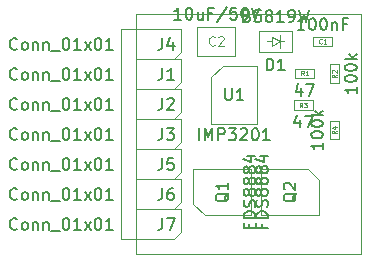
<source format=gbr>
%TF.GenerationSoftware,KiCad,Pcbnew,(5.1.9)-1*%
%TF.CreationDate,2021-06-01T10:14:56+02:00*%
%TF.ProjectId,14_Demi_Pont_H_99,31345f44-656d-4695-9f50-6f6e745f485f,rev?*%
%TF.SameCoordinates,Original*%
%TF.FileFunction,Other,Fab,Top*%
%FSLAX46Y46*%
G04 Gerber Fmt 4.6, Leading zero omitted, Abs format (unit mm)*
G04 Created by KiCad (PCBNEW (5.1.9)-1) date 2021-06-01 10:14:56*
%MOMM*%
%LPD*%
G01*
G04 APERTURE LIST*
%TA.AperFunction,Profile*%
%ADD10C,0.050000*%
%TD*%
%ADD11C,0.120000*%
%ADD12C,0.100000*%
%ADD13C,0.150000*%
%ADD14C,0.060000*%
G04 APERTURE END LIST*
D10*
X115570000Y-60960000D02*
X120650000Y-60960000D01*
X115570000Y-81280000D02*
X120650000Y-81280000D01*
X101600000Y-62230000D02*
X101600000Y-60960000D01*
X100330000Y-62230000D02*
X101600000Y-62230000D01*
X100330000Y-67310000D02*
X100330000Y-62230000D01*
X100330000Y-72390000D02*
X100330000Y-67310000D01*
X120650000Y-60960000D02*
X120650000Y-81280000D01*
X101600000Y-60960000D02*
X115570000Y-60960000D01*
X101600000Y-80010000D02*
X101600000Y-81280000D01*
X100330000Y-80010000D02*
X101600000Y-80010000D01*
X115570000Y-81280000D02*
X101600000Y-81280000D01*
X100330000Y-80010000D02*
X100330000Y-72390000D01*
D11*
%TO.C,J5*%
X101600000Y-75565000D02*
X101600000Y-71755000D01*
D12*
X104775000Y-74930000D02*
X101600000Y-74930000D01*
X101600000Y-72390000D02*
X102870000Y-72390000D01*
X102870000Y-72390000D02*
X105410000Y-72390000D01*
X105410000Y-72390000D02*
X105410000Y-74295000D01*
X105410000Y-74295000D02*
X104775000Y-74930000D01*
D11*
%TO.C,J4*%
X101600000Y-65405000D02*
X101600000Y-61595000D01*
D12*
X104775000Y-64770000D02*
X101600000Y-64770000D01*
X101600000Y-62230000D02*
X102870000Y-62230000D01*
X102870000Y-62230000D02*
X105410000Y-62230000D01*
X105410000Y-62230000D02*
X105410000Y-64135000D01*
X105410000Y-64135000D02*
X104775000Y-64770000D01*
D11*
%TO.C,J6*%
X101600000Y-78105000D02*
X101600000Y-74295000D01*
D12*
X104775000Y-77470000D02*
X101600000Y-77470000D01*
X101600000Y-74930000D02*
X102870000Y-74930000D01*
X102870000Y-74930000D02*
X105410000Y-74930000D01*
X105410000Y-74930000D02*
X105410000Y-76835000D01*
X105410000Y-76835000D02*
X104775000Y-77470000D01*
%TO.C,R4*%
X117990000Y-69940000D02*
X118790000Y-69940000D01*
X118790000Y-69940000D02*
X118790000Y-71540000D01*
X118790000Y-71540000D02*
X117990000Y-71540000D01*
X117990000Y-71540000D02*
X117990000Y-69940000D01*
%TO.C,R3*%
X114940000Y-69040000D02*
X114940000Y-68240000D01*
X114940000Y-68240000D02*
X116540000Y-68240000D01*
X116540000Y-68240000D02*
X116540000Y-69040000D01*
X116540000Y-69040000D02*
X114940000Y-69040000D01*
D11*
%TO.C,J3*%
X101600000Y-73025000D02*
X101600000Y-69215000D01*
D12*
X104775000Y-72390000D02*
X101600000Y-72390000D01*
X101600000Y-69850000D02*
X102870000Y-69850000D01*
X102870000Y-69850000D02*
X105410000Y-69850000D01*
X105410000Y-69850000D02*
X105410000Y-71755000D01*
X105410000Y-71755000D02*
X104775000Y-72390000D01*
D11*
%TO.C,J1*%
X101600000Y-67945000D02*
X101600000Y-64135000D01*
D12*
X104775000Y-67310000D02*
X101600000Y-67310000D01*
X101600000Y-64770000D02*
X102870000Y-64770000D01*
X102870000Y-64770000D02*
X105410000Y-64770000D01*
X105410000Y-64770000D02*
X105410000Y-66675000D01*
X105410000Y-66675000D02*
X104775000Y-67310000D01*
%TO.C,Q2*%
X117090000Y-75015000D02*
X117090000Y-77940000D01*
X117090000Y-77940000D02*
X112190000Y-77940000D01*
X112190000Y-77940000D02*
X112190000Y-74040000D01*
X112190000Y-74040000D02*
X116115000Y-74040000D01*
X116115000Y-74040000D02*
X117090000Y-75015000D01*
%TO.C,C1*%
X118190000Y-62840000D02*
X118190000Y-63640000D01*
X118190000Y-63640000D02*
X116590000Y-63640000D01*
X116590000Y-63640000D02*
X116590000Y-62840000D01*
X116590000Y-62840000D02*
X118190000Y-62840000D01*
%TO.C,C2*%
X109990000Y-61990000D02*
X109990000Y-64490000D01*
X109990000Y-64490000D02*
X106790000Y-64490000D01*
X106790000Y-64490000D02*
X106790000Y-61990000D01*
X106790000Y-61990000D02*
X109990000Y-61990000D01*
%TO.C,D1*%
X113140000Y-63240000D02*
X112640000Y-63240000D01*
X113140000Y-62840000D02*
X113740000Y-63240000D01*
X113140000Y-63640000D02*
X113140000Y-62840000D01*
X113740000Y-63240000D02*
X113140000Y-63640000D01*
X113740000Y-63240000D02*
X113740000Y-62690000D01*
X113740000Y-63240000D02*
X113740000Y-63790000D01*
X114140000Y-63240000D02*
X113740000Y-63240000D01*
X114790000Y-62340000D02*
X114790000Y-64140000D01*
X111990000Y-62340000D02*
X114790000Y-62340000D01*
X111990000Y-64140000D02*
X111990000Y-62340000D01*
X114790000Y-64140000D02*
X111990000Y-64140000D01*
D11*
%TO.C,J2*%
X101600000Y-70485000D02*
X101600000Y-66675000D01*
D12*
X104775000Y-69850000D02*
X101600000Y-69850000D01*
X101600000Y-67310000D02*
X102870000Y-67310000D01*
X102870000Y-67310000D02*
X105410000Y-67310000D01*
X105410000Y-67310000D02*
X105410000Y-69215000D01*
X105410000Y-69215000D02*
X104775000Y-69850000D01*
D11*
%TO.C,J7*%
X101600000Y-80645000D02*
X101600000Y-76835000D01*
D12*
X104775000Y-80010000D02*
X101600000Y-80010000D01*
X101600000Y-77470000D02*
X102870000Y-77470000D01*
X102870000Y-77470000D02*
X105410000Y-77470000D01*
X105410000Y-77470000D02*
X105410000Y-79375000D01*
X105410000Y-79375000D02*
X104775000Y-80010000D01*
%TO.C,Q1*%
X106440000Y-76965000D02*
X106440000Y-74040000D01*
X106440000Y-74040000D02*
X111340000Y-74040000D01*
X111340000Y-74040000D02*
X111340000Y-77940000D01*
X111340000Y-77940000D02*
X107415000Y-77940000D01*
X107415000Y-77940000D02*
X106440000Y-76965000D01*
%TO.C,R1*%
X115065000Y-66340000D02*
X115065000Y-65540000D01*
X115065000Y-65540000D02*
X116665000Y-65540000D01*
X116665000Y-65540000D02*
X116665000Y-66340000D01*
X116665000Y-66340000D02*
X115065000Y-66340000D01*
%TO.C,R2*%
X118790000Y-66790000D02*
X117990000Y-66790000D01*
X117990000Y-66790000D02*
X117990000Y-65190000D01*
X117990000Y-65190000D02*
X118790000Y-65190000D01*
X118790000Y-65190000D02*
X118790000Y-66790000D01*
%TO.C,U1*%
X108915000Y-65290000D02*
X111840000Y-65290000D01*
X111840000Y-65290000D02*
X111840000Y-70190000D01*
X111840000Y-70190000D02*
X107940000Y-70190000D01*
X107940000Y-70190000D02*
X107940000Y-66265000D01*
X107940000Y-66265000D02*
X108915000Y-65290000D01*
%TD*%
%TO.C,J5*%
D13*
X91511904Y-74017142D02*
X91464285Y-74064761D01*
X91321428Y-74112380D01*
X91226190Y-74112380D01*
X91083333Y-74064761D01*
X90988095Y-73969523D01*
X90940476Y-73874285D01*
X90892857Y-73683809D01*
X90892857Y-73540952D01*
X90940476Y-73350476D01*
X90988095Y-73255238D01*
X91083333Y-73160000D01*
X91226190Y-73112380D01*
X91321428Y-73112380D01*
X91464285Y-73160000D01*
X91511904Y-73207619D01*
X92083333Y-74112380D02*
X91988095Y-74064761D01*
X91940476Y-74017142D01*
X91892857Y-73921904D01*
X91892857Y-73636190D01*
X91940476Y-73540952D01*
X91988095Y-73493333D01*
X92083333Y-73445714D01*
X92226190Y-73445714D01*
X92321428Y-73493333D01*
X92369047Y-73540952D01*
X92416666Y-73636190D01*
X92416666Y-73921904D01*
X92369047Y-74017142D01*
X92321428Y-74064761D01*
X92226190Y-74112380D01*
X92083333Y-74112380D01*
X92845238Y-73445714D02*
X92845238Y-74112380D01*
X92845238Y-73540952D02*
X92892857Y-73493333D01*
X92988095Y-73445714D01*
X93130952Y-73445714D01*
X93226190Y-73493333D01*
X93273809Y-73588571D01*
X93273809Y-74112380D01*
X93750000Y-73445714D02*
X93750000Y-74112380D01*
X93750000Y-73540952D02*
X93797619Y-73493333D01*
X93892857Y-73445714D01*
X94035714Y-73445714D01*
X94130952Y-73493333D01*
X94178571Y-73588571D01*
X94178571Y-74112380D01*
X94416666Y-74207619D02*
X95178571Y-74207619D01*
X95607142Y-73112380D02*
X95702380Y-73112380D01*
X95797619Y-73160000D01*
X95845238Y-73207619D01*
X95892857Y-73302857D01*
X95940476Y-73493333D01*
X95940476Y-73731428D01*
X95892857Y-73921904D01*
X95845238Y-74017142D01*
X95797619Y-74064761D01*
X95702380Y-74112380D01*
X95607142Y-74112380D01*
X95511904Y-74064761D01*
X95464285Y-74017142D01*
X95416666Y-73921904D01*
X95369047Y-73731428D01*
X95369047Y-73493333D01*
X95416666Y-73302857D01*
X95464285Y-73207619D01*
X95511904Y-73160000D01*
X95607142Y-73112380D01*
X96892857Y-74112380D02*
X96321428Y-74112380D01*
X96607142Y-74112380D02*
X96607142Y-73112380D01*
X96511904Y-73255238D01*
X96416666Y-73350476D01*
X96321428Y-73398095D01*
X97226190Y-74112380D02*
X97750000Y-73445714D01*
X97226190Y-73445714D02*
X97750000Y-74112380D01*
X98321428Y-73112380D02*
X98416666Y-73112380D01*
X98511904Y-73160000D01*
X98559523Y-73207619D01*
X98607142Y-73302857D01*
X98654761Y-73493333D01*
X98654761Y-73731428D01*
X98607142Y-73921904D01*
X98559523Y-74017142D01*
X98511904Y-74064761D01*
X98416666Y-74112380D01*
X98321428Y-74112380D01*
X98226190Y-74064761D01*
X98178571Y-74017142D01*
X98130952Y-73921904D01*
X98083333Y-73731428D01*
X98083333Y-73493333D01*
X98130952Y-73302857D01*
X98178571Y-73207619D01*
X98226190Y-73160000D01*
X98321428Y-73112380D01*
X99607142Y-74112380D02*
X99035714Y-74112380D01*
X99321428Y-74112380D02*
X99321428Y-73112380D01*
X99226190Y-73255238D01*
X99130952Y-73350476D01*
X99035714Y-73398095D01*
X103806666Y-73112380D02*
X103806666Y-73826666D01*
X103759047Y-73969523D01*
X103663809Y-74064761D01*
X103520952Y-74112380D01*
X103425714Y-74112380D01*
X104759047Y-73112380D02*
X104282857Y-73112380D01*
X104235238Y-73588571D01*
X104282857Y-73540952D01*
X104378095Y-73493333D01*
X104616190Y-73493333D01*
X104711428Y-73540952D01*
X104759047Y-73588571D01*
X104806666Y-73683809D01*
X104806666Y-73921904D01*
X104759047Y-74017142D01*
X104711428Y-74064761D01*
X104616190Y-74112380D01*
X104378095Y-74112380D01*
X104282857Y-74064761D01*
X104235238Y-74017142D01*
%TO.C,J4*%
X91511904Y-63857142D02*
X91464285Y-63904761D01*
X91321428Y-63952380D01*
X91226190Y-63952380D01*
X91083333Y-63904761D01*
X90988095Y-63809523D01*
X90940476Y-63714285D01*
X90892857Y-63523809D01*
X90892857Y-63380952D01*
X90940476Y-63190476D01*
X90988095Y-63095238D01*
X91083333Y-63000000D01*
X91226190Y-62952380D01*
X91321428Y-62952380D01*
X91464285Y-63000000D01*
X91511904Y-63047619D01*
X92083333Y-63952380D02*
X91988095Y-63904761D01*
X91940476Y-63857142D01*
X91892857Y-63761904D01*
X91892857Y-63476190D01*
X91940476Y-63380952D01*
X91988095Y-63333333D01*
X92083333Y-63285714D01*
X92226190Y-63285714D01*
X92321428Y-63333333D01*
X92369047Y-63380952D01*
X92416666Y-63476190D01*
X92416666Y-63761904D01*
X92369047Y-63857142D01*
X92321428Y-63904761D01*
X92226190Y-63952380D01*
X92083333Y-63952380D01*
X92845238Y-63285714D02*
X92845238Y-63952380D01*
X92845238Y-63380952D02*
X92892857Y-63333333D01*
X92988095Y-63285714D01*
X93130952Y-63285714D01*
X93226190Y-63333333D01*
X93273809Y-63428571D01*
X93273809Y-63952380D01*
X93750000Y-63285714D02*
X93750000Y-63952380D01*
X93750000Y-63380952D02*
X93797619Y-63333333D01*
X93892857Y-63285714D01*
X94035714Y-63285714D01*
X94130952Y-63333333D01*
X94178571Y-63428571D01*
X94178571Y-63952380D01*
X94416666Y-64047619D02*
X95178571Y-64047619D01*
X95607142Y-62952380D02*
X95702380Y-62952380D01*
X95797619Y-63000000D01*
X95845238Y-63047619D01*
X95892857Y-63142857D01*
X95940476Y-63333333D01*
X95940476Y-63571428D01*
X95892857Y-63761904D01*
X95845238Y-63857142D01*
X95797619Y-63904761D01*
X95702380Y-63952380D01*
X95607142Y-63952380D01*
X95511904Y-63904761D01*
X95464285Y-63857142D01*
X95416666Y-63761904D01*
X95369047Y-63571428D01*
X95369047Y-63333333D01*
X95416666Y-63142857D01*
X95464285Y-63047619D01*
X95511904Y-63000000D01*
X95607142Y-62952380D01*
X96892857Y-63952380D02*
X96321428Y-63952380D01*
X96607142Y-63952380D02*
X96607142Y-62952380D01*
X96511904Y-63095238D01*
X96416666Y-63190476D01*
X96321428Y-63238095D01*
X97226190Y-63952380D02*
X97750000Y-63285714D01*
X97226190Y-63285714D02*
X97750000Y-63952380D01*
X98321428Y-62952380D02*
X98416666Y-62952380D01*
X98511904Y-63000000D01*
X98559523Y-63047619D01*
X98607142Y-63142857D01*
X98654761Y-63333333D01*
X98654761Y-63571428D01*
X98607142Y-63761904D01*
X98559523Y-63857142D01*
X98511904Y-63904761D01*
X98416666Y-63952380D01*
X98321428Y-63952380D01*
X98226190Y-63904761D01*
X98178571Y-63857142D01*
X98130952Y-63761904D01*
X98083333Y-63571428D01*
X98083333Y-63333333D01*
X98130952Y-63142857D01*
X98178571Y-63047619D01*
X98226190Y-63000000D01*
X98321428Y-62952380D01*
X99607142Y-63952380D02*
X99035714Y-63952380D01*
X99321428Y-63952380D02*
X99321428Y-62952380D01*
X99226190Y-63095238D01*
X99130952Y-63190476D01*
X99035714Y-63238095D01*
X103806666Y-62952380D02*
X103806666Y-63666666D01*
X103759047Y-63809523D01*
X103663809Y-63904761D01*
X103520952Y-63952380D01*
X103425714Y-63952380D01*
X104711428Y-63285714D02*
X104711428Y-63952380D01*
X104473333Y-62904761D02*
X104235238Y-63619047D01*
X104854285Y-63619047D01*
%TO.C,J6*%
X91511904Y-76557142D02*
X91464285Y-76604761D01*
X91321428Y-76652380D01*
X91226190Y-76652380D01*
X91083333Y-76604761D01*
X90988095Y-76509523D01*
X90940476Y-76414285D01*
X90892857Y-76223809D01*
X90892857Y-76080952D01*
X90940476Y-75890476D01*
X90988095Y-75795238D01*
X91083333Y-75700000D01*
X91226190Y-75652380D01*
X91321428Y-75652380D01*
X91464285Y-75700000D01*
X91511904Y-75747619D01*
X92083333Y-76652380D02*
X91988095Y-76604761D01*
X91940476Y-76557142D01*
X91892857Y-76461904D01*
X91892857Y-76176190D01*
X91940476Y-76080952D01*
X91988095Y-76033333D01*
X92083333Y-75985714D01*
X92226190Y-75985714D01*
X92321428Y-76033333D01*
X92369047Y-76080952D01*
X92416666Y-76176190D01*
X92416666Y-76461904D01*
X92369047Y-76557142D01*
X92321428Y-76604761D01*
X92226190Y-76652380D01*
X92083333Y-76652380D01*
X92845238Y-75985714D02*
X92845238Y-76652380D01*
X92845238Y-76080952D02*
X92892857Y-76033333D01*
X92988095Y-75985714D01*
X93130952Y-75985714D01*
X93226190Y-76033333D01*
X93273809Y-76128571D01*
X93273809Y-76652380D01*
X93750000Y-75985714D02*
X93750000Y-76652380D01*
X93750000Y-76080952D02*
X93797619Y-76033333D01*
X93892857Y-75985714D01*
X94035714Y-75985714D01*
X94130952Y-76033333D01*
X94178571Y-76128571D01*
X94178571Y-76652380D01*
X94416666Y-76747619D02*
X95178571Y-76747619D01*
X95607142Y-75652380D02*
X95702380Y-75652380D01*
X95797619Y-75700000D01*
X95845238Y-75747619D01*
X95892857Y-75842857D01*
X95940476Y-76033333D01*
X95940476Y-76271428D01*
X95892857Y-76461904D01*
X95845238Y-76557142D01*
X95797619Y-76604761D01*
X95702380Y-76652380D01*
X95607142Y-76652380D01*
X95511904Y-76604761D01*
X95464285Y-76557142D01*
X95416666Y-76461904D01*
X95369047Y-76271428D01*
X95369047Y-76033333D01*
X95416666Y-75842857D01*
X95464285Y-75747619D01*
X95511904Y-75700000D01*
X95607142Y-75652380D01*
X96892857Y-76652380D02*
X96321428Y-76652380D01*
X96607142Y-76652380D02*
X96607142Y-75652380D01*
X96511904Y-75795238D01*
X96416666Y-75890476D01*
X96321428Y-75938095D01*
X97226190Y-76652380D02*
X97750000Y-75985714D01*
X97226190Y-75985714D02*
X97750000Y-76652380D01*
X98321428Y-75652380D02*
X98416666Y-75652380D01*
X98511904Y-75700000D01*
X98559523Y-75747619D01*
X98607142Y-75842857D01*
X98654761Y-76033333D01*
X98654761Y-76271428D01*
X98607142Y-76461904D01*
X98559523Y-76557142D01*
X98511904Y-76604761D01*
X98416666Y-76652380D01*
X98321428Y-76652380D01*
X98226190Y-76604761D01*
X98178571Y-76557142D01*
X98130952Y-76461904D01*
X98083333Y-76271428D01*
X98083333Y-76033333D01*
X98130952Y-75842857D01*
X98178571Y-75747619D01*
X98226190Y-75700000D01*
X98321428Y-75652380D01*
X99607142Y-76652380D02*
X99035714Y-76652380D01*
X99321428Y-76652380D02*
X99321428Y-75652380D01*
X99226190Y-75795238D01*
X99130952Y-75890476D01*
X99035714Y-75938095D01*
X103806666Y-75652380D02*
X103806666Y-76366666D01*
X103759047Y-76509523D01*
X103663809Y-76604761D01*
X103520952Y-76652380D01*
X103425714Y-76652380D01*
X104711428Y-75652380D02*
X104520952Y-75652380D01*
X104425714Y-75700000D01*
X104378095Y-75747619D01*
X104282857Y-75890476D01*
X104235238Y-76080952D01*
X104235238Y-76461904D01*
X104282857Y-76557142D01*
X104330476Y-76604761D01*
X104425714Y-76652380D01*
X104616190Y-76652380D01*
X104711428Y-76604761D01*
X104759047Y-76557142D01*
X104806666Y-76461904D01*
X104806666Y-76223809D01*
X104759047Y-76128571D01*
X104711428Y-76080952D01*
X104616190Y-76033333D01*
X104425714Y-76033333D01*
X104330476Y-76080952D01*
X104282857Y-76128571D01*
X104235238Y-76223809D01*
%TO.C,R4*%
X117412380Y-71811428D02*
X117412380Y-72382857D01*
X117412380Y-72097142D02*
X116412380Y-72097142D01*
X116555238Y-72192380D01*
X116650476Y-72287619D01*
X116698095Y-72382857D01*
X116412380Y-71192380D02*
X116412380Y-71097142D01*
X116460000Y-71001904D01*
X116507619Y-70954285D01*
X116602857Y-70906666D01*
X116793333Y-70859047D01*
X117031428Y-70859047D01*
X117221904Y-70906666D01*
X117317142Y-70954285D01*
X117364761Y-71001904D01*
X117412380Y-71097142D01*
X117412380Y-71192380D01*
X117364761Y-71287619D01*
X117317142Y-71335238D01*
X117221904Y-71382857D01*
X117031428Y-71430476D01*
X116793333Y-71430476D01*
X116602857Y-71382857D01*
X116507619Y-71335238D01*
X116460000Y-71287619D01*
X116412380Y-71192380D01*
X116412380Y-70240000D02*
X116412380Y-70144761D01*
X116460000Y-70049523D01*
X116507619Y-70001904D01*
X116602857Y-69954285D01*
X116793333Y-69906666D01*
X117031428Y-69906666D01*
X117221904Y-69954285D01*
X117317142Y-70001904D01*
X117364761Y-70049523D01*
X117412380Y-70144761D01*
X117412380Y-70240000D01*
X117364761Y-70335238D01*
X117317142Y-70382857D01*
X117221904Y-70430476D01*
X117031428Y-70478095D01*
X116793333Y-70478095D01*
X116602857Y-70430476D01*
X116507619Y-70382857D01*
X116460000Y-70335238D01*
X116412380Y-70240000D01*
X117412380Y-69478095D02*
X116412380Y-69478095D01*
X117031428Y-69382857D02*
X117412380Y-69097142D01*
X116745714Y-69097142D02*
X117126666Y-69478095D01*
D14*
X118570952Y-70806666D02*
X118380476Y-70940000D01*
X118570952Y-71035238D02*
X118170952Y-71035238D01*
X118170952Y-70882857D01*
X118190000Y-70844761D01*
X118209047Y-70825714D01*
X118247142Y-70806666D01*
X118304285Y-70806666D01*
X118342380Y-70825714D01*
X118361428Y-70844761D01*
X118380476Y-70882857D01*
X118380476Y-71035238D01*
X118304285Y-70463809D02*
X118570952Y-70463809D01*
X118151904Y-70559047D02*
X118437619Y-70654285D01*
X118437619Y-70406666D01*
%TO.C,R3*%
D13*
X115454285Y-69855714D02*
X115454285Y-70522380D01*
X115216190Y-69474761D02*
X114978095Y-70189047D01*
X115597142Y-70189047D01*
X115882857Y-69522380D02*
X116549523Y-69522380D01*
X116120952Y-70522380D01*
D14*
X115673333Y-68820952D02*
X115540000Y-68630476D01*
X115444761Y-68820952D02*
X115444761Y-68420952D01*
X115597142Y-68420952D01*
X115635238Y-68440000D01*
X115654285Y-68459047D01*
X115673333Y-68497142D01*
X115673333Y-68554285D01*
X115654285Y-68592380D01*
X115635238Y-68611428D01*
X115597142Y-68630476D01*
X115444761Y-68630476D01*
X115806666Y-68420952D02*
X116054285Y-68420952D01*
X115920952Y-68573333D01*
X115978095Y-68573333D01*
X116016190Y-68592380D01*
X116035238Y-68611428D01*
X116054285Y-68649523D01*
X116054285Y-68744761D01*
X116035238Y-68782857D01*
X116016190Y-68801904D01*
X115978095Y-68820952D01*
X115863809Y-68820952D01*
X115825714Y-68801904D01*
X115806666Y-68782857D01*
%TO.C,J3*%
D13*
X91511904Y-71477142D02*
X91464285Y-71524761D01*
X91321428Y-71572380D01*
X91226190Y-71572380D01*
X91083333Y-71524761D01*
X90988095Y-71429523D01*
X90940476Y-71334285D01*
X90892857Y-71143809D01*
X90892857Y-71000952D01*
X90940476Y-70810476D01*
X90988095Y-70715238D01*
X91083333Y-70620000D01*
X91226190Y-70572380D01*
X91321428Y-70572380D01*
X91464285Y-70620000D01*
X91511904Y-70667619D01*
X92083333Y-71572380D02*
X91988095Y-71524761D01*
X91940476Y-71477142D01*
X91892857Y-71381904D01*
X91892857Y-71096190D01*
X91940476Y-71000952D01*
X91988095Y-70953333D01*
X92083333Y-70905714D01*
X92226190Y-70905714D01*
X92321428Y-70953333D01*
X92369047Y-71000952D01*
X92416666Y-71096190D01*
X92416666Y-71381904D01*
X92369047Y-71477142D01*
X92321428Y-71524761D01*
X92226190Y-71572380D01*
X92083333Y-71572380D01*
X92845238Y-70905714D02*
X92845238Y-71572380D01*
X92845238Y-71000952D02*
X92892857Y-70953333D01*
X92988095Y-70905714D01*
X93130952Y-70905714D01*
X93226190Y-70953333D01*
X93273809Y-71048571D01*
X93273809Y-71572380D01*
X93750000Y-70905714D02*
X93750000Y-71572380D01*
X93750000Y-71000952D02*
X93797619Y-70953333D01*
X93892857Y-70905714D01*
X94035714Y-70905714D01*
X94130952Y-70953333D01*
X94178571Y-71048571D01*
X94178571Y-71572380D01*
X94416666Y-71667619D02*
X95178571Y-71667619D01*
X95607142Y-70572380D02*
X95702380Y-70572380D01*
X95797619Y-70620000D01*
X95845238Y-70667619D01*
X95892857Y-70762857D01*
X95940476Y-70953333D01*
X95940476Y-71191428D01*
X95892857Y-71381904D01*
X95845238Y-71477142D01*
X95797619Y-71524761D01*
X95702380Y-71572380D01*
X95607142Y-71572380D01*
X95511904Y-71524761D01*
X95464285Y-71477142D01*
X95416666Y-71381904D01*
X95369047Y-71191428D01*
X95369047Y-70953333D01*
X95416666Y-70762857D01*
X95464285Y-70667619D01*
X95511904Y-70620000D01*
X95607142Y-70572380D01*
X96892857Y-71572380D02*
X96321428Y-71572380D01*
X96607142Y-71572380D02*
X96607142Y-70572380D01*
X96511904Y-70715238D01*
X96416666Y-70810476D01*
X96321428Y-70858095D01*
X97226190Y-71572380D02*
X97750000Y-70905714D01*
X97226190Y-70905714D02*
X97750000Y-71572380D01*
X98321428Y-70572380D02*
X98416666Y-70572380D01*
X98511904Y-70620000D01*
X98559523Y-70667619D01*
X98607142Y-70762857D01*
X98654761Y-70953333D01*
X98654761Y-71191428D01*
X98607142Y-71381904D01*
X98559523Y-71477142D01*
X98511904Y-71524761D01*
X98416666Y-71572380D01*
X98321428Y-71572380D01*
X98226190Y-71524761D01*
X98178571Y-71477142D01*
X98130952Y-71381904D01*
X98083333Y-71191428D01*
X98083333Y-70953333D01*
X98130952Y-70762857D01*
X98178571Y-70667619D01*
X98226190Y-70620000D01*
X98321428Y-70572380D01*
X99607142Y-71572380D02*
X99035714Y-71572380D01*
X99321428Y-71572380D02*
X99321428Y-70572380D01*
X99226190Y-70715238D01*
X99130952Y-70810476D01*
X99035714Y-70858095D01*
X103806666Y-70572380D02*
X103806666Y-71286666D01*
X103759047Y-71429523D01*
X103663809Y-71524761D01*
X103520952Y-71572380D01*
X103425714Y-71572380D01*
X104187619Y-70572380D02*
X104806666Y-70572380D01*
X104473333Y-70953333D01*
X104616190Y-70953333D01*
X104711428Y-71000952D01*
X104759047Y-71048571D01*
X104806666Y-71143809D01*
X104806666Y-71381904D01*
X104759047Y-71477142D01*
X104711428Y-71524761D01*
X104616190Y-71572380D01*
X104330476Y-71572380D01*
X104235238Y-71524761D01*
X104187619Y-71477142D01*
%TO.C,J1*%
X91511904Y-66397142D02*
X91464285Y-66444761D01*
X91321428Y-66492380D01*
X91226190Y-66492380D01*
X91083333Y-66444761D01*
X90988095Y-66349523D01*
X90940476Y-66254285D01*
X90892857Y-66063809D01*
X90892857Y-65920952D01*
X90940476Y-65730476D01*
X90988095Y-65635238D01*
X91083333Y-65540000D01*
X91226190Y-65492380D01*
X91321428Y-65492380D01*
X91464285Y-65540000D01*
X91511904Y-65587619D01*
X92083333Y-66492380D02*
X91988095Y-66444761D01*
X91940476Y-66397142D01*
X91892857Y-66301904D01*
X91892857Y-66016190D01*
X91940476Y-65920952D01*
X91988095Y-65873333D01*
X92083333Y-65825714D01*
X92226190Y-65825714D01*
X92321428Y-65873333D01*
X92369047Y-65920952D01*
X92416666Y-66016190D01*
X92416666Y-66301904D01*
X92369047Y-66397142D01*
X92321428Y-66444761D01*
X92226190Y-66492380D01*
X92083333Y-66492380D01*
X92845238Y-65825714D02*
X92845238Y-66492380D01*
X92845238Y-65920952D02*
X92892857Y-65873333D01*
X92988095Y-65825714D01*
X93130952Y-65825714D01*
X93226190Y-65873333D01*
X93273809Y-65968571D01*
X93273809Y-66492380D01*
X93750000Y-65825714D02*
X93750000Y-66492380D01*
X93750000Y-65920952D02*
X93797619Y-65873333D01*
X93892857Y-65825714D01*
X94035714Y-65825714D01*
X94130952Y-65873333D01*
X94178571Y-65968571D01*
X94178571Y-66492380D01*
X94416666Y-66587619D02*
X95178571Y-66587619D01*
X95607142Y-65492380D02*
X95702380Y-65492380D01*
X95797619Y-65540000D01*
X95845238Y-65587619D01*
X95892857Y-65682857D01*
X95940476Y-65873333D01*
X95940476Y-66111428D01*
X95892857Y-66301904D01*
X95845238Y-66397142D01*
X95797619Y-66444761D01*
X95702380Y-66492380D01*
X95607142Y-66492380D01*
X95511904Y-66444761D01*
X95464285Y-66397142D01*
X95416666Y-66301904D01*
X95369047Y-66111428D01*
X95369047Y-65873333D01*
X95416666Y-65682857D01*
X95464285Y-65587619D01*
X95511904Y-65540000D01*
X95607142Y-65492380D01*
X96892857Y-66492380D02*
X96321428Y-66492380D01*
X96607142Y-66492380D02*
X96607142Y-65492380D01*
X96511904Y-65635238D01*
X96416666Y-65730476D01*
X96321428Y-65778095D01*
X97226190Y-66492380D02*
X97750000Y-65825714D01*
X97226190Y-65825714D02*
X97750000Y-66492380D01*
X98321428Y-65492380D02*
X98416666Y-65492380D01*
X98511904Y-65540000D01*
X98559523Y-65587619D01*
X98607142Y-65682857D01*
X98654761Y-65873333D01*
X98654761Y-66111428D01*
X98607142Y-66301904D01*
X98559523Y-66397142D01*
X98511904Y-66444761D01*
X98416666Y-66492380D01*
X98321428Y-66492380D01*
X98226190Y-66444761D01*
X98178571Y-66397142D01*
X98130952Y-66301904D01*
X98083333Y-66111428D01*
X98083333Y-65873333D01*
X98130952Y-65682857D01*
X98178571Y-65587619D01*
X98226190Y-65540000D01*
X98321428Y-65492380D01*
X99607142Y-66492380D02*
X99035714Y-66492380D01*
X99321428Y-66492380D02*
X99321428Y-65492380D01*
X99226190Y-65635238D01*
X99130952Y-65730476D01*
X99035714Y-65778095D01*
X103806666Y-65492380D02*
X103806666Y-66206666D01*
X103759047Y-66349523D01*
X103663809Y-66444761D01*
X103520952Y-66492380D01*
X103425714Y-66492380D01*
X104806666Y-66492380D02*
X104235238Y-66492380D01*
X104520952Y-66492380D02*
X104520952Y-65492380D01*
X104425714Y-65635238D01*
X104330476Y-65730476D01*
X104235238Y-65778095D01*
%TO.C,Q2*%
X111168571Y-78728095D02*
X111168571Y-79061428D01*
X111692380Y-79061428D02*
X110692380Y-79061428D01*
X110692380Y-78585238D01*
X111692380Y-78204285D02*
X110692380Y-78204285D01*
X110692380Y-77966190D01*
X110740000Y-77823333D01*
X110835238Y-77728095D01*
X110930476Y-77680476D01*
X111120952Y-77632857D01*
X111263809Y-77632857D01*
X111454285Y-77680476D01*
X111549523Y-77728095D01*
X111644761Y-77823333D01*
X111692380Y-77966190D01*
X111692380Y-78204285D01*
X111644761Y-77251904D02*
X111692380Y-77109047D01*
X111692380Y-76870952D01*
X111644761Y-76775714D01*
X111597142Y-76728095D01*
X111501904Y-76680476D01*
X111406666Y-76680476D01*
X111311428Y-76728095D01*
X111263809Y-76775714D01*
X111216190Y-76870952D01*
X111168571Y-77061428D01*
X111120952Y-77156666D01*
X111073333Y-77204285D01*
X110978095Y-77251904D01*
X110882857Y-77251904D01*
X110787619Y-77204285D01*
X110740000Y-77156666D01*
X110692380Y-77061428D01*
X110692380Y-76823333D01*
X110740000Y-76680476D01*
X111120952Y-76109047D02*
X111073333Y-76204285D01*
X111025714Y-76251904D01*
X110930476Y-76299523D01*
X110882857Y-76299523D01*
X110787619Y-76251904D01*
X110740000Y-76204285D01*
X110692380Y-76109047D01*
X110692380Y-75918571D01*
X110740000Y-75823333D01*
X110787619Y-75775714D01*
X110882857Y-75728095D01*
X110930476Y-75728095D01*
X111025714Y-75775714D01*
X111073333Y-75823333D01*
X111120952Y-75918571D01*
X111120952Y-76109047D01*
X111168571Y-76204285D01*
X111216190Y-76251904D01*
X111311428Y-76299523D01*
X111501904Y-76299523D01*
X111597142Y-76251904D01*
X111644761Y-76204285D01*
X111692380Y-76109047D01*
X111692380Y-75918571D01*
X111644761Y-75823333D01*
X111597142Y-75775714D01*
X111501904Y-75728095D01*
X111311428Y-75728095D01*
X111216190Y-75775714D01*
X111168571Y-75823333D01*
X111120952Y-75918571D01*
X111120952Y-75156666D02*
X111073333Y-75251904D01*
X111025714Y-75299523D01*
X110930476Y-75347142D01*
X110882857Y-75347142D01*
X110787619Y-75299523D01*
X110740000Y-75251904D01*
X110692380Y-75156666D01*
X110692380Y-74966190D01*
X110740000Y-74870952D01*
X110787619Y-74823333D01*
X110882857Y-74775714D01*
X110930476Y-74775714D01*
X111025714Y-74823333D01*
X111073333Y-74870952D01*
X111120952Y-74966190D01*
X111120952Y-75156666D01*
X111168571Y-75251904D01*
X111216190Y-75299523D01*
X111311428Y-75347142D01*
X111501904Y-75347142D01*
X111597142Y-75299523D01*
X111644761Y-75251904D01*
X111692380Y-75156666D01*
X111692380Y-74966190D01*
X111644761Y-74870952D01*
X111597142Y-74823333D01*
X111501904Y-74775714D01*
X111311428Y-74775714D01*
X111216190Y-74823333D01*
X111168571Y-74870952D01*
X111120952Y-74966190D01*
X111120952Y-74204285D02*
X111073333Y-74299523D01*
X111025714Y-74347142D01*
X110930476Y-74394761D01*
X110882857Y-74394761D01*
X110787619Y-74347142D01*
X110740000Y-74299523D01*
X110692380Y-74204285D01*
X110692380Y-74013809D01*
X110740000Y-73918571D01*
X110787619Y-73870952D01*
X110882857Y-73823333D01*
X110930476Y-73823333D01*
X111025714Y-73870952D01*
X111073333Y-73918571D01*
X111120952Y-74013809D01*
X111120952Y-74204285D01*
X111168571Y-74299523D01*
X111216190Y-74347142D01*
X111311428Y-74394761D01*
X111501904Y-74394761D01*
X111597142Y-74347142D01*
X111644761Y-74299523D01*
X111692380Y-74204285D01*
X111692380Y-74013809D01*
X111644761Y-73918571D01*
X111597142Y-73870952D01*
X111501904Y-73823333D01*
X111311428Y-73823333D01*
X111216190Y-73870952D01*
X111168571Y-73918571D01*
X111120952Y-74013809D01*
X111025714Y-72966190D02*
X111692380Y-72966190D01*
X110644761Y-73204285D02*
X111359047Y-73442380D01*
X111359047Y-72823333D01*
X115176666Y-76083333D02*
X115130000Y-76176666D01*
X115036666Y-76270000D01*
X114896666Y-76410000D01*
X114850000Y-76503333D01*
X114850000Y-76596666D01*
X115083333Y-76550000D02*
X115036666Y-76643333D01*
X114943333Y-76736666D01*
X114756666Y-76783333D01*
X114430000Y-76783333D01*
X114243333Y-76736666D01*
X114150000Y-76643333D01*
X114103333Y-76550000D01*
X114103333Y-76363333D01*
X114150000Y-76270000D01*
X114243333Y-76176666D01*
X114430000Y-76130000D01*
X114756666Y-76130000D01*
X114943333Y-76176666D01*
X115036666Y-76270000D01*
X115083333Y-76363333D01*
X115083333Y-76550000D01*
X114196666Y-75756666D02*
X114150000Y-75710000D01*
X114103333Y-75616666D01*
X114103333Y-75383333D01*
X114150000Y-75290000D01*
X114196666Y-75243333D01*
X114290000Y-75196666D01*
X114383333Y-75196666D01*
X114523333Y-75243333D01*
X115083333Y-75803333D01*
X115083333Y-75196666D01*
%TO.C,C1*%
X115842380Y-62262380D02*
X115270952Y-62262380D01*
X115556666Y-62262380D02*
X115556666Y-61262380D01*
X115461428Y-61405238D01*
X115366190Y-61500476D01*
X115270952Y-61548095D01*
X116461428Y-61262380D02*
X116556666Y-61262380D01*
X116651904Y-61310000D01*
X116699523Y-61357619D01*
X116747142Y-61452857D01*
X116794761Y-61643333D01*
X116794761Y-61881428D01*
X116747142Y-62071904D01*
X116699523Y-62167142D01*
X116651904Y-62214761D01*
X116556666Y-62262380D01*
X116461428Y-62262380D01*
X116366190Y-62214761D01*
X116318571Y-62167142D01*
X116270952Y-62071904D01*
X116223333Y-61881428D01*
X116223333Y-61643333D01*
X116270952Y-61452857D01*
X116318571Y-61357619D01*
X116366190Y-61310000D01*
X116461428Y-61262380D01*
X117413809Y-61262380D02*
X117509047Y-61262380D01*
X117604285Y-61310000D01*
X117651904Y-61357619D01*
X117699523Y-61452857D01*
X117747142Y-61643333D01*
X117747142Y-61881428D01*
X117699523Y-62071904D01*
X117651904Y-62167142D01*
X117604285Y-62214761D01*
X117509047Y-62262380D01*
X117413809Y-62262380D01*
X117318571Y-62214761D01*
X117270952Y-62167142D01*
X117223333Y-62071904D01*
X117175714Y-61881428D01*
X117175714Y-61643333D01*
X117223333Y-61452857D01*
X117270952Y-61357619D01*
X117318571Y-61310000D01*
X117413809Y-61262380D01*
X118175714Y-61595714D02*
X118175714Y-62262380D01*
X118175714Y-61690952D02*
X118223333Y-61643333D01*
X118318571Y-61595714D01*
X118461428Y-61595714D01*
X118556666Y-61643333D01*
X118604285Y-61738571D01*
X118604285Y-62262380D01*
X119413809Y-61738571D02*
X119080476Y-61738571D01*
X119080476Y-62262380D02*
X119080476Y-61262380D01*
X119556666Y-61262380D01*
D14*
X117323333Y-63382857D02*
X117304285Y-63401904D01*
X117247142Y-63420952D01*
X117209047Y-63420952D01*
X117151904Y-63401904D01*
X117113809Y-63363809D01*
X117094761Y-63325714D01*
X117075714Y-63249523D01*
X117075714Y-63192380D01*
X117094761Y-63116190D01*
X117113809Y-63078095D01*
X117151904Y-63040000D01*
X117209047Y-63020952D01*
X117247142Y-63020952D01*
X117304285Y-63040000D01*
X117323333Y-63059047D01*
X117704285Y-63420952D02*
X117475714Y-63420952D01*
X117590000Y-63420952D02*
X117590000Y-63020952D01*
X117551904Y-63078095D01*
X117513809Y-63116190D01*
X117475714Y-63135238D01*
%TO.C,C2*%
D13*
X105413809Y-61392380D02*
X104842380Y-61392380D01*
X105128095Y-61392380D02*
X105128095Y-60392380D01*
X105032857Y-60535238D01*
X104937619Y-60630476D01*
X104842380Y-60678095D01*
X106032857Y-60392380D02*
X106128095Y-60392380D01*
X106223333Y-60440000D01*
X106270952Y-60487619D01*
X106318571Y-60582857D01*
X106366190Y-60773333D01*
X106366190Y-61011428D01*
X106318571Y-61201904D01*
X106270952Y-61297142D01*
X106223333Y-61344761D01*
X106128095Y-61392380D01*
X106032857Y-61392380D01*
X105937619Y-61344761D01*
X105890000Y-61297142D01*
X105842380Y-61201904D01*
X105794761Y-61011428D01*
X105794761Y-60773333D01*
X105842380Y-60582857D01*
X105890000Y-60487619D01*
X105937619Y-60440000D01*
X106032857Y-60392380D01*
X107223333Y-60725714D02*
X107223333Y-61392380D01*
X106794761Y-60725714D02*
X106794761Y-61249523D01*
X106842380Y-61344761D01*
X106937619Y-61392380D01*
X107080476Y-61392380D01*
X107175714Y-61344761D01*
X107223333Y-61297142D01*
X108032857Y-60868571D02*
X107699523Y-60868571D01*
X107699523Y-61392380D02*
X107699523Y-60392380D01*
X108175714Y-60392380D01*
X109270952Y-60344761D02*
X108413809Y-61630476D01*
X110080476Y-60392380D02*
X109604285Y-60392380D01*
X109556666Y-60868571D01*
X109604285Y-60820952D01*
X109699523Y-60773333D01*
X109937619Y-60773333D01*
X110032857Y-60820952D01*
X110080476Y-60868571D01*
X110128095Y-60963809D01*
X110128095Y-61201904D01*
X110080476Y-61297142D01*
X110032857Y-61344761D01*
X109937619Y-61392380D01*
X109699523Y-61392380D01*
X109604285Y-61344761D01*
X109556666Y-61297142D01*
X110747142Y-60392380D02*
X110842380Y-60392380D01*
X110937619Y-60440000D01*
X110985238Y-60487619D01*
X111032857Y-60582857D01*
X111080476Y-60773333D01*
X111080476Y-61011428D01*
X111032857Y-61201904D01*
X110985238Y-61297142D01*
X110937619Y-61344761D01*
X110842380Y-61392380D01*
X110747142Y-61392380D01*
X110651904Y-61344761D01*
X110604285Y-61297142D01*
X110556666Y-61201904D01*
X110509047Y-61011428D01*
X110509047Y-60773333D01*
X110556666Y-60582857D01*
X110604285Y-60487619D01*
X110651904Y-60440000D01*
X110747142Y-60392380D01*
X111366190Y-60392380D02*
X111699523Y-61392380D01*
X112032857Y-60392380D01*
D11*
X108256666Y-63525714D02*
X108218571Y-63563809D01*
X108104285Y-63601904D01*
X108028095Y-63601904D01*
X107913809Y-63563809D01*
X107837619Y-63487619D01*
X107799523Y-63411428D01*
X107761428Y-63259047D01*
X107761428Y-63144761D01*
X107799523Y-62992380D01*
X107837619Y-62916190D01*
X107913809Y-62840000D01*
X108028095Y-62801904D01*
X108104285Y-62801904D01*
X108218571Y-62840000D01*
X108256666Y-62878095D01*
X108561428Y-62878095D02*
X108599523Y-62840000D01*
X108675714Y-62801904D01*
X108866190Y-62801904D01*
X108942380Y-62840000D01*
X108980476Y-62878095D01*
X109018571Y-62954285D01*
X109018571Y-63030476D01*
X108980476Y-63144761D01*
X108523333Y-63601904D01*
X109018571Y-63601904D01*
%TO.C,D1*%
D13*
X110985238Y-61068571D02*
X111128095Y-61116190D01*
X111175714Y-61163809D01*
X111223333Y-61259047D01*
X111223333Y-61401904D01*
X111175714Y-61497142D01*
X111128095Y-61544761D01*
X111032857Y-61592380D01*
X110651904Y-61592380D01*
X110651904Y-60592380D01*
X110985238Y-60592380D01*
X111080476Y-60640000D01*
X111128095Y-60687619D01*
X111175714Y-60782857D01*
X111175714Y-60878095D01*
X111128095Y-60973333D01*
X111080476Y-61020952D01*
X110985238Y-61068571D01*
X110651904Y-61068571D01*
X112128095Y-60592380D02*
X111651904Y-60592380D01*
X111604285Y-61068571D01*
X111651904Y-61020952D01*
X111747142Y-60973333D01*
X111985238Y-60973333D01*
X112080476Y-61020952D01*
X112128095Y-61068571D01*
X112175714Y-61163809D01*
X112175714Y-61401904D01*
X112128095Y-61497142D01*
X112080476Y-61544761D01*
X111985238Y-61592380D01*
X111747142Y-61592380D01*
X111651904Y-61544761D01*
X111604285Y-61497142D01*
X112747142Y-61020952D02*
X112651904Y-60973333D01*
X112604285Y-60925714D01*
X112556666Y-60830476D01*
X112556666Y-60782857D01*
X112604285Y-60687619D01*
X112651904Y-60640000D01*
X112747142Y-60592380D01*
X112937619Y-60592380D01*
X113032857Y-60640000D01*
X113080476Y-60687619D01*
X113128095Y-60782857D01*
X113128095Y-60830476D01*
X113080476Y-60925714D01*
X113032857Y-60973333D01*
X112937619Y-61020952D01*
X112747142Y-61020952D01*
X112651904Y-61068571D01*
X112604285Y-61116190D01*
X112556666Y-61211428D01*
X112556666Y-61401904D01*
X112604285Y-61497142D01*
X112651904Y-61544761D01*
X112747142Y-61592380D01*
X112937619Y-61592380D01*
X113032857Y-61544761D01*
X113080476Y-61497142D01*
X113128095Y-61401904D01*
X113128095Y-61211428D01*
X113080476Y-61116190D01*
X113032857Y-61068571D01*
X112937619Y-61020952D01*
X114080476Y-61592380D02*
X113509047Y-61592380D01*
X113794761Y-61592380D02*
X113794761Y-60592380D01*
X113699523Y-60735238D01*
X113604285Y-60830476D01*
X113509047Y-60878095D01*
X114556666Y-61592380D02*
X114747142Y-61592380D01*
X114842380Y-61544761D01*
X114890000Y-61497142D01*
X114985238Y-61354285D01*
X115032857Y-61163809D01*
X115032857Y-60782857D01*
X114985238Y-60687619D01*
X114937619Y-60640000D01*
X114842380Y-60592380D01*
X114651904Y-60592380D01*
X114556666Y-60640000D01*
X114509047Y-60687619D01*
X114461428Y-60782857D01*
X114461428Y-61020952D01*
X114509047Y-61116190D01*
X114556666Y-61163809D01*
X114651904Y-61211428D01*
X114842380Y-61211428D01*
X114937619Y-61163809D01*
X114985238Y-61116190D01*
X115032857Y-61020952D01*
X115366190Y-60592380D02*
X115604285Y-61592380D01*
X115794761Y-60878095D01*
X115985238Y-61592380D01*
X116223333Y-60592380D01*
X112651904Y-65692380D02*
X112651904Y-64692380D01*
X112890000Y-64692380D01*
X113032857Y-64740000D01*
X113128095Y-64835238D01*
X113175714Y-64930476D01*
X113223333Y-65120952D01*
X113223333Y-65263809D01*
X113175714Y-65454285D01*
X113128095Y-65549523D01*
X113032857Y-65644761D01*
X112890000Y-65692380D01*
X112651904Y-65692380D01*
X114175714Y-65692380D02*
X113604285Y-65692380D01*
X113890000Y-65692380D02*
X113890000Y-64692380D01*
X113794761Y-64835238D01*
X113699523Y-64930476D01*
X113604285Y-64978095D01*
%TO.C,J2*%
X91511904Y-68937142D02*
X91464285Y-68984761D01*
X91321428Y-69032380D01*
X91226190Y-69032380D01*
X91083333Y-68984761D01*
X90988095Y-68889523D01*
X90940476Y-68794285D01*
X90892857Y-68603809D01*
X90892857Y-68460952D01*
X90940476Y-68270476D01*
X90988095Y-68175238D01*
X91083333Y-68080000D01*
X91226190Y-68032380D01*
X91321428Y-68032380D01*
X91464285Y-68080000D01*
X91511904Y-68127619D01*
X92083333Y-69032380D02*
X91988095Y-68984761D01*
X91940476Y-68937142D01*
X91892857Y-68841904D01*
X91892857Y-68556190D01*
X91940476Y-68460952D01*
X91988095Y-68413333D01*
X92083333Y-68365714D01*
X92226190Y-68365714D01*
X92321428Y-68413333D01*
X92369047Y-68460952D01*
X92416666Y-68556190D01*
X92416666Y-68841904D01*
X92369047Y-68937142D01*
X92321428Y-68984761D01*
X92226190Y-69032380D01*
X92083333Y-69032380D01*
X92845238Y-68365714D02*
X92845238Y-69032380D01*
X92845238Y-68460952D02*
X92892857Y-68413333D01*
X92988095Y-68365714D01*
X93130952Y-68365714D01*
X93226190Y-68413333D01*
X93273809Y-68508571D01*
X93273809Y-69032380D01*
X93750000Y-68365714D02*
X93750000Y-69032380D01*
X93750000Y-68460952D02*
X93797619Y-68413333D01*
X93892857Y-68365714D01*
X94035714Y-68365714D01*
X94130952Y-68413333D01*
X94178571Y-68508571D01*
X94178571Y-69032380D01*
X94416666Y-69127619D02*
X95178571Y-69127619D01*
X95607142Y-68032380D02*
X95702380Y-68032380D01*
X95797619Y-68080000D01*
X95845238Y-68127619D01*
X95892857Y-68222857D01*
X95940476Y-68413333D01*
X95940476Y-68651428D01*
X95892857Y-68841904D01*
X95845238Y-68937142D01*
X95797619Y-68984761D01*
X95702380Y-69032380D01*
X95607142Y-69032380D01*
X95511904Y-68984761D01*
X95464285Y-68937142D01*
X95416666Y-68841904D01*
X95369047Y-68651428D01*
X95369047Y-68413333D01*
X95416666Y-68222857D01*
X95464285Y-68127619D01*
X95511904Y-68080000D01*
X95607142Y-68032380D01*
X96892857Y-69032380D02*
X96321428Y-69032380D01*
X96607142Y-69032380D02*
X96607142Y-68032380D01*
X96511904Y-68175238D01*
X96416666Y-68270476D01*
X96321428Y-68318095D01*
X97226190Y-69032380D02*
X97750000Y-68365714D01*
X97226190Y-68365714D02*
X97750000Y-69032380D01*
X98321428Y-68032380D02*
X98416666Y-68032380D01*
X98511904Y-68080000D01*
X98559523Y-68127619D01*
X98607142Y-68222857D01*
X98654761Y-68413333D01*
X98654761Y-68651428D01*
X98607142Y-68841904D01*
X98559523Y-68937142D01*
X98511904Y-68984761D01*
X98416666Y-69032380D01*
X98321428Y-69032380D01*
X98226190Y-68984761D01*
X98178571Y-68937142D01*
X98130952Y-68841904D01*
X98083333Y-68651428D01*
X98083333Y-68413333D01*
X98130952Y-68222857D01*
X98178571Y-68127619D01*
X98226190Y-68080000D01*
X98321428Y-68032380D01*
X99607142Y-69032380D02*
X99035714Y-69032380D01*
X99321428Y-69032380D02*
X99321428Y-68032380D01*
X99226190Y-68175238D01*
X99130952Y-68270476D01*
X99035714Y-68318095D01*
X103806666Y-68032380D02*
X103806666Y-68746666D01*
X103759047Y-68889523D01*
X103663809Y-68984761D01*
X103520952Y-69032380D01*
X103425714Y-69032380D01*
X104235238Y-68127619D02*
X104282857Y-68080000D01*
X104378095Y-68032380D01*
X104616190Y-68032380D01*
X104711428Y-68080000D01*
X104759047Y-68127619D01*
X104806666Y-68222857D01*
X104806666Y-68318095D01*
X104759047Y-68460952D01*
X104187619Y-69032380D01*
X104806666Y-69032380D01*
%TO.C,J7*%
X91511904Y-79097142D02*
X91464285Y-79144761D01*
X91321428Y-79192380D01*
X91226190Y-79192380D01*
X91083333Y-79144761D01*
X90988095Y-79049523D01*
X90940476Y-78954285D01*
X90892857Y-78763809D01*
X90892857Y-78620952D01*
X90940476Y-78430476D01*
X90988095Y-78335238D01*
X91083333Y-78240000D01*
X91226190Y-78192380D01*
X91321428Y-78192380D01*
X91464285Y-78240000D01*
X91511904Y-78287619D01*
X92083333Y-79192380D02*
X91988095Y-79144761D01*
X91940476Y-79097142D01*
X91892857Y-79001904D01*
X91892857Y-78716190D01*
X91940476Y-78620952D01*
X91988095Y-78573333D01*
X92083333Y-78525714D01*
X92226190Y-78525714D01*
X92321428Y-78573333D01*
X92369047Y-78620952D01*
X92416666Y-78716190D01*
X92416666Y-79001904D01*
X92369047Y-79097142D01*
X92321428Y-79144761D01*
X92226190Y-79192380D01*
X92083333Y-79192380D01*
X92845238Y-78525714D02*
X92845238Y-79192380D01*
X92845238Y-78620952D02*
X92892857Y-78573333D01*
X92988095Y-78525714D01*
X93130952Y-78525714D01*
X93226190Y-78573333D01*
X93273809Y-78668571D01*
X93273809Y-79192380D01*
X93750000Y-78525714D02*
X93750000Y-79192380D01*
X93750000Y-78620952D02*
X93797619Y-78573333D01*
X93892857Y-78525714D01*
X94035714Y-78525714D01*
X94130952Y-78573333D01*
X94178571Y-78668571D01*
X94178571Y-79192380D01*
X94416666Y-79287619D02*
X95178571Y-79287619D01*
X95607142Y-78192380D02*
X95702380Y-78192380D01*
X95797619Y-78240000D01*
X95845238Y-78287619D01*
X95892857Y-78382857D01*
X95940476Y-78573333D01*
X95940476Y-78811428D01*
X95892857Y-79001904D01*
X95845238Y-79097142D01*
X95797619Y-79144761D01*
X95702380Y-79192380D01*
X95607142Y-79192380D01*
X95511904Y-79144761D01*
X95464285Y-79097142D01*
X95416666Y-79001904D01*
X95369047Y-78811428D01*
X95369047Y-78573333D01*
X95416666Y-78382857D01*
X95464285Y-78287619D01*
X95511904Y-78240000D01*
X95607142Y-78192380D01*
X96892857Y-79192380D02*
X96321428Y-79192380D01*
X96607142Y-79192380D02*
X96607142Y-78192380D01*
X96511904Y-78335238D01*
X96416666Y-78430476D01*
X96321428Y-78478095D01*
X97226190Y-79192380D02*
X97750000Y-78525714D01*
X97226190Y-78525714D02*
X97750000Y-79192380D01*
X98321428Y-78192380D02*
X98416666Y-78192380D01*
X98511904Y-78240000D01*
X98559523Y-78287619D01*
X98607142Y-78382857D01*
X98654761Y-78573333D01*
X98654761Y-78811428D01*
X98607142Y-79001904D01*
X98559523Y-79097142D01*
X98511904Y-79144761D01*
X98416666Y-79192380D01*
X98321428Y-79192380D01*
X98226190Y-79144761D01*
X98178571Y-79097142D01*
X98130952Y-79001904D01*
X98083333Y-78811428D01*
X98083333Y-78573333D01*
X98130952Y-78382857D01*
X98178571Y-78287619D01*
X98226190Y-78240000D01*
X98321428Y-78192380D01*
X99607142Y-79192380D02*
X99035714Y-79192380D01*
X99321428Y-79192380D02*
X99321428Y-78192380D01*
X99226190Y-78335238D01*
X99130952Y-78430476D01*
X99035714Y-78478095D01*
X103806666Y-78192380D02*
X103806666Y-78906666D01*
X103759047Y-79049523D01*
X103663809Y-79144761D01*
X103520952Y-79192380D01*
X103425714Y-79192380D01*
X104187619Y-78192380D02*
X104854285Y-78192380D01*
X104425714Y-79192380D01*
%TO.C,Q1*%
X112218571Y-78728095D02*
X112218571Y-79061428D01*
X112742380Y-79061428D02*
X111742380Y-79061428D01*
X111742380Y-78585238D01*
X112742380Y-78204285D02*
X111742380Y-78204285D01*
X111742380Y-77966190D01*
X111790000Y-77823333D01*
X111885238Y-77728095D01*
X111980476Y-77680476D01*
X112170952Y-77632857D01*
X112313809Y-77632857D01*
X112504285Y-77680476D01*
X112599523Y-77728095D01*
X112694761Y-77823333D01*
X112742380Y-77966190D01*
X112742380Y-78204285D01*
X112694761Y-77251904D02*
X112742380Y-77109047D01*
X112742380Y-76870952D01*
X112694761Y-76775714D01*
X112647142Y-76728095D01*
X112551904Y-76680476D01*
X112456666Y-76680476D01*
X112361428Y-76728095D01*
X112313809Y-76775714D01*
X112266190Y-76870952D01*
X112218571Y-77061428D01*
X112170952Y-77156666D01*
X112123333Y-77204285D01*
X112028095Y-77251904D01*
X111932857Y-77251904D01*
X111837619Y-77204285D01*
X111790000Y-77156666D01*
X111742380Y-77061428D01*
X111742380Y-76823333D01*
X111790000Y-76680476D01*
X112170952Y-76109047D02*
X112123333Y-76204285D01*
X112075714Y-76251904D01*
X111980476Y-76299523D01*
X111932857Y-76299523D01*
X111837619Y-76251904D01*
X111790000Y-76204285D01*
X111742380Y-76109047D01*
X111742380Y-75918571D01*
X111790000Y-75823333D01*
X111837619Y-75775714D01*
X111932857Y-75728095D01*
X111980476Y-75728095D01*
X112075714Y-75775714D01*
X112123333Y-75823333D01*
X112170952Y-75918571D01*
X112170952Y-76109047D01*
X112218571Y-76204285D01*
X112266190Y-76251904D01*
X112361428Y-76299523D01*
X112551904Y-76299523D01*
X112647142Y-76251904D01*
X112694761Y-76204285D01*
X112742380Y-76109047D01*
X112742380Y-75918571D01*
X112694761Y-75823333D01*
X112647142Y-75775714D01*
X112551904Y-75728095D01*
X112361428Y-75728095D01*
X112266190Y-75775714D01*
X112218571Y-75823333D01*
X112170952Y-75918571D01*
X112170952Y-75156666D02*
X112123333Y-75251904D01*
X112075714Y-75299523D01*
X111980476Y-75347142D01*
X111932857Y-75347142D01*
X111837619Y-75299523D01*
X111790000Y-75251904D01*
X111742380Y-75156666D01*
X111742380Y-74966190D01*
X111790000Y-74870952D01*
X111837619Y-74823333D01*
X111932857Y-74775714D01*
X111980476Y-74775714D01*
X112075714Y-74823333D01*
X112123333Y-74870952D01*
X112170952Y-74966190D01*
X112170952Y-75156666D01*
X112218571Y-75251904D01*
X112266190Y-75299523D01*
X112361428Y-75347142D01*
X112551904Y-75347142D01*
X112647142Y-75299523D01*
X112694761Y-75251904D01*
X112742380Y-75156666D01*
X112742380Y-74966190D01*
X112694761Y-74870952D01*
X112647142Y-74823333D01*
X112551904Y-74775714D01*
X112361428Y-74775714D01*
X112266190Y-74823333D01*
X112218571Y-74870952D01*
X112170952Y-74966190D01*
X112170952Y-74204285D02*
X112123333Y-74299523D01*
X112075714Y-74347142D01*
X111980476Y-74394761D01*
X111932857Y-74394761D01*
X111837619Y-74347142D01*
X111790000Y-74299523D01*
X111742380Y-74204285D01*
X111742380Y-74013809D01*
X111790000Y-73918571D01*
X111837619Y-73870952D01*
X111932857Y-73823333D01*
X111980476Y-73823333D01*
X112075714Y-73870952D01*
X112123333Y-73918571D01*
X112170952Y-74013809D01*
X112170952Y-74204285D01*
X112218571Y-74299523D01*
X112266190Y-74347142D01*
X112361428Y-74394761D01*
X112551904Y-74394761D01*
X112647142Y-74347142D01*
X112694761Y-74299523D01*
X112742380Y-74204285D01*
X112742380Y-74013809D01*
X112694761Y-73918571D01*
X112647142Y-73870952D01*
X112551904Y-73823333D01*
X112361428Y-73823333D01*
X112266190Y-73870952D01*
X112218571Y-73918571D01*
X112170952Y-74013809D01*
X112075714Y-72966190D02*
X112742380Y-72966190D01*
X111694761Y-73204285D02*
X112409047Y-73442380D01*
X112409047Y-72823333D01*
X109426666Y-76083333D02*
X109380000Y-76176666D01*
X109286666Y-76270000D01*
X109146666Y-76410000D01*
X109100000Y-76503333D01*
X109100000Y-76596666D01*
X109333333Y-76550000D02*
X109286666Y-76643333D01*
X109193333Y-76736666D01*
X109006666Y-76783333D01*
X108680000Y-76783333D01*
X108493333Y-76736666D01*
X108400000Y-76643333D01*
X108353333Y-76550000D01*
X108353333Y-76363333D01*
X108400000Y-76270000D01*
X108493333Y-76176666D01*
X108680000Y-76130000D01*
X109006666Y-76130000D01*
X109193333Y-76176666D01*
X109286666Y-76270000D01*
X109333333Y-76363333D01*
X109333333Y-76550000D01*
X109333333Y-75196666D02*
X109333333Y-75756666D01*
X109333333Y-75476666D02*
X108353333Y-75476666D01*
X108493333Y-75570000D01*
X108586666Y-75663333D01*
X108633333Y-75756666D01*
%TO.C,R1*%
X115579285Y-67155714D02*
X115579285Y-67822380D01*
X115341190Y-66774761D02*
X115103095Y-67489047D01*
X115722142Y-67489047D01*
X116007857Y-66822380D02*
X116674523Y-66822380D01*
X116245952Y-67822380D01*
D14*
X115798333Y-66120952D02*
X115665000Y-65930476D01*
X115569761Y-66120952D02*
X115569761Y-65720952D01*
X115722142Y-65720952D01*
X115760238Y-65740000D01*
X115779285Y-65759047D01*
X115798333Y-65797142D01*
X115798333Y-65854285D01*
X115779285Y-65892380D01*
X115760238Y-65911428D01*
X115722142Y-65930476D01*
X115569761Y-65930476D01*
X116179285Y-66120952D02*
X115950714Y-66120952D01*
X116065000Y-66120952D02*
X116065000Y-65720952D01*
X116026904Y-65778095D01*
X115988809Y-65816190D01*
X115950714Y-65835238D01*
%TO.C,R2*%
D13*
X120272380Y-67061428D02*
X120272380Y-67632857D01*
X120272380Y-67347142D02*
X119272380Y-67347142D01*
X119415238Y-67442380D01*
X119510476Y-67537619D01*
X119558095Y-67632857D01*
X119272380Y-66442380D02*
X119272380Y-66347142D01*
X119320000Y-66251904D01*
X119367619Y-66204285D01*
X119462857Y-66156666D01*
X119653333Y-66109047D01*
X119891428Y-66109047D01*
X120081904Y-66156666D01*
X120177142Y-66204285D01*
X120224761Y-66251904D01*
X120272380Y-66347142D01*
X120272380Y-66442380D01*
X120224761Y-66537619D01*
X120177142Y-66585238D01*
X120081904Y-66632857D01*
X119891428Y-66680476D01*
X119653333Y-66680476D01*
X119462857Y-66632857D01*
X119367619Y-66585238D01*
X119320000Y-66537619D01*
X119272380Y-66442380D01*
X119272380Y-65490000D02*
X119272380Y-65394761D01*
X119320000Y-65299523D01*
X119367619Y-65251904D01*
X119462857Y-65204285D01*
X119653333Y-65156666D01*
X119891428Y-65156666D01*
X120081904Y-65204285D01*
X120177142Y-65251904D01*
X120224761Y-65299523D01*
X120272380Y-65394761D01*
X120272380Y-65490000D01*
X120224761Y-65585238D01*
X120177142Y-65632857D01*
X120081904Y-65680476D01*
X119891428Y-65728095D01*
X119653333Y-65728095D01*
X119462857Y-65680476D01*
X119367619Y-65632857D01*
X119320000Y-65585238D01*
X119272380Y-65490000D01*
X120272380Y-64728095D02*
X119272380Y-64728095D01*
X119891428Y-64632857D02*
X120272380Y-64347142D01*
X119605714Y-64347142D02*
X119986666Y-64728095D01*
D14*
X118570952Y-66056666D02*
X118380476Y-66190000D01*
X118570952Y-66285238D02*
X118170952Y-66285238D01*
X118170952Y-66132857D01*
X118190000Y-66094761D01*
X118209047Y-66075714D01*
X118247142Y-66056666D01*
X118304285Y-66056666D01*
X118342380Y-66075714D01*
X118361428Y-66094761D01*
X118380476Y-66132857D01*
X118380476Y-66285238D01*
X118209047Y-65904285D02*
X118190000Y-65885238D01*
X118170952Y-65847142D01*
X118170952Y-65751904D01*
X118190000Y-65713809D01*
X118209047Y-65694761D01*
X118247142Y-65675714D01*
X118285238Y-65675714D01*
X118342380Y-65694761D01*
X118570952Y-65923333D01*
X118570952Y-65675714D01*
%TO.C,U1*%
D13*
X106913809Y-71592380D02*
X106913809Y-70592380D01*
X107390000Y-71592380D02*
X107390000Y-70592380D01*
X107723333Y-71306666D01*
X108056666Y-70592380D01*
X108056666Y-71592380D01*
X108532857Y-71592380D02*
X108532857Y-70592380D01*
X108913809Y-70592380D01*
X109009047Y-70640000D01*
X109056666Y-70687619D01*
X109104285Y-70782857D01*
X109104285Y-70925714D01*
X109056666Y-71020952D01*
X109009047Y-71068571D01*
X108913809Y-71116190D01*
X108532857Y-71116190D01*
X109437619Y-70592380D02*
X110056666Y-70592380D01*
X109723333Y-70973333D01*
X109866190Y-70973333D01*
X109961428Y-71020952D01*
X110009047Y-71068571D01*
X110056666Y-71163809D01*
X110056666Y-71401904D01*
X110009047Y-71497142D01*
X109961428Y-71544761D01*
X109866190Y-71592380D01*
X109580476Y-71592380D01*
X109485238Y-71544761D01*
X109437619Y-71497142D01*
X110437619Y-70687619D02*
X110485238Y-70640000D01*
X110580476Y-70592380D01*
X110818571Y-70592380D01*
X110913809Y-70640000D01*
X110961428Y-70687619D01*
X111009047Y-70782857D01*
X111009047Y-70878095D01*
X110961428Y-71020952D01*
X110390000Y-71592380D01*
X111009047Y-71592380D01*
X111628095Y-70592380D02*
X111723333Y-70592380D01*
X111818571Y-70640000D01*
X111866190Y-70687619D01*
X111913809Y-70782857D01*
X111961428Y-70973333D01*
X111961428Y-71211428D01*
X111913809Y-71401904D01*
X111866190Y-71497142D01*
X111818571Y-71544761D01*
X111723333Y-71592380D01*
X111628095Y-71592380D01*
X111532857Y-71544761D01*
X111485238Y-71497142D01*
X111437619Y-71401904D01*
X111390000Y-71211428D01*
X111390000Y-70973333D01*
X111437619Y-70782857D01*
X111485238Y-70687619D01*
X111532857Y-70640000D01*
X111628095Y-70592380D01*
X112913809Y-71592380D02*
X112342380Y-71592380D01*
X112628095Y-71592380D02*
X112628095Y-70592380D01*
X112532857Y-70735238D01*
X112437619Y-70830476D01*
X112342380Y-70878095D01*
X109143333Y-67203333D02*
X109143333Y-67996666D01*
X109190000Y-68090000D01*
X109236666Y-68136666D01*
X109330000Y-68183333D01*
X109516666Y-68183333D01*
X109610000Y-68136666D01*
X109656666Y-68090000D01*
X109703333Y-67996666D01*
X109703333Y-67203333D01*
X110683333Y-68183333D02*
X110123333Y-68183333D01*
X110403333Y-68183333D02*
X110403333Y-67203333D01*
X110310000Y-67343333D01*
X110216666Y-67436666D01*
X110123333Y-67483333D01*
%TD*%
M02*

</source>
